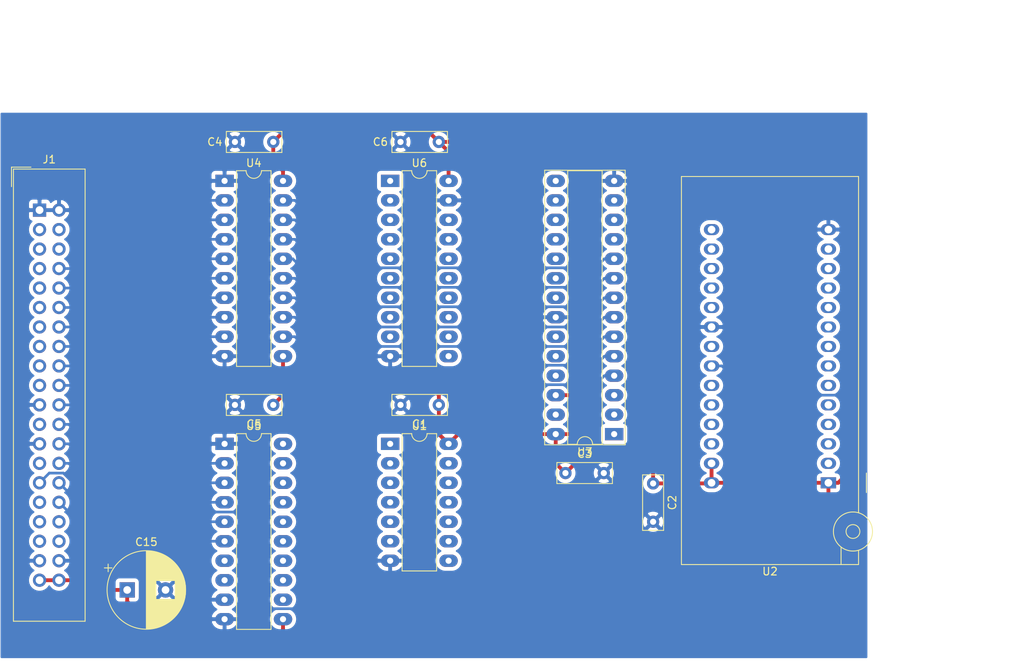
<source format=kicad_pcb>
(kicad_pcb (version 20171130) (host pcbnew "(5.1.5)-3")
  (layers (0 F.Cu signal) (31 B.Cu signal) (34 B.Paste user) (35 F.Paste user) (36 B.SilkS user) (37 F.SilkS user) (38 B.Mask user) (39 F.Mask user) (44 Edge.Cuts user))
  (net 0 "")
  (net 1 GND)
  (net 2 5V)
  (net 3 0x2000)
  (net 4 /A12)
  (net 5 /A11)
  (net 6 0xC000)
  (net 7 /A10)
  (net 8 /A9)
  (net 9 /A8)
  (net 10 /A7)
  (net 11 /A6)
  (net 12 R~W)
  (net 13 /A5)
  (net 14 /D7)
  (net 15 /A4)
  (net 16 /D6)
  (net 17 /A3)
  (net 18 /D5)
  (net 19 /A2)
  (net 20 /D4)
  (net 21 /A1)
  (net 22 /D3)
  (net 23 /A0)
  (net 24 /D2)
  (net 25 /D1)
  (net 26 /D0)
  (net 27 ~Read)
  (net 28 /A12_1)
  (net 29 /A11_1)
  (net 30 /A10_1)
  (net 31 /A9_1)
  (net 32 /A8_1)
  (net 33 /A7_1)
  (net 34 /A6_1)
  (net 35 /A5_1)
  (net 36 /D7_1)
  (net 37 /A4_1)
  (net 38 /D6_1)
  (net 39 /A3_1)
  (net 40 /D5_1)
  (net 41 /A2_1)
  (net 42 /D4_1)
  (net 43 /A1_1)
  (net 44 /D3_1)
  (net 45 /A0_1)
  (net 46 /D2_1)
  (net 47 /D1_1)
  (net 48 /D0_1)
  (module Connector_IDC:IDC-Header_2x20_P2.54mm_Vertical (layer F.Cu) (at 105.41 64.77)
    (fp_text reference J1 (at 1.27 -6.604) (layer F.SilkS))
    (fp_text value "Expanstion Port")
    (pad 40 thru_hole oval (at 2.54 48.26) (size 1.7272 1.7272) (drill 1.016) (layers *.Cu *.Mask) (net 2 5V))
    (pad 39 thru_hole oval (at 0 48.26) (size 1.7272 1.7272) (drill 1.016) (layers *.Cu *.Mask) (net 2 5V))
    (pad 38 thru_hole oval (at 2.54 45.72) (size 1.7272 1.7272) (drill 1.016) (layers *.Cu *.Mask))
    (pad 37 thru_hole oval (at 0 45.72) (size 1.7272 1.7272) (drill 1.016) (layers *.Cu *.Mask) (net 1 GND))
    (pad 36 thru_hole oval (at 2.54 43.18) (size 1.7272 1.7272) (drill 1.016) (layers *.Cu *.Mask))
    (pad 35 thru_hole oval (at 0 43.18) (size 1.7272 1.7272) (drill 1.016) (layers *.Cu *.Mask) (net 3 0x2000))
    (pad 34 thru_hole oval (at 2.54 40.64) (size 1.7272 1.7272) (drill 1.016) (layers *.Cu *.Mask))
    (pad 33 thru_hole oval (at 0 40.64) (size 1.7272 1.7272) (drill 1.016) (layers *.Cu *.Mask))
    (pad 32 thru_hole oval (at 2.54 38.1) (size 1.7272 1.7272) (drill 1.016) (layers *.Cu *.Mask) (net 28 /A12_1))
    (pad 31 thru_hole oval (at 0 38.1) (size 1.7272 1.7272) (drill 1.016) (layers *.Cu *.Mask))
    (pad 30 thru_hole oval (at 2.54 35.56) (size 1.7272 1.7272) (drill 1.016) (layers *.Cu *.Mask) (net 29 /A11_1))
    (pad 29 thru_hole oval (at 0 35.56) (size 1.7272 1.7272) (drill 1.016) (layers *.Cu *.Mask) (net 6 0xC000))
    (pad 28 thru_hole oval (at 2.54 33.02) (size 1.7272 1.7272) (drill 1.016) (layers *.Cu *.Mask) (net 30 /A10_1))
    (pad 27 thru_hole oval (at 0 33.02) (size 1.7272 1.7272) (drill 1.016) (layers *.Cu *.Mask))
    (pad 26 thru_hole oval (at 2.54 30.48) (size 1.7272 1.7272) (drill 1.016) (layers *.Cu *.Mask) (net 31 /A9_1))
    (pad 25 thru_hole oval (at 0 30.48) (size 1.7272 1.7272) (drill 1.016) (layers *.Cu *.Mask) (net 1 GND))
    (pad 24 thru_hole oval (at 2.54 27.94) (size 1.7272 1.7272) (drill 1.016) (layers *.Cu *.Mask) (net 32 /A8_1))
    (pad 23 thru_hole oval (at 0 27.94) (size 1.7272 1.7272) (drill 1.016) (layers *.Cu *.Mask))
    (pad 22 thru_hole oval (at 2.54 25.4) (size 1.7272 1.7272) (drill 1.016) (layers *.Cu *.Mask) (net 33 /A7_1))
    (pad 21 thru_hole oval (at 0 25.4) (size 1.7272 1.7272) (drill 1.016) (layers *.Cu *.Mask) (net 1 GND))
    (pad 20 thru_hole oval (at 2.54 22.86) (size 1.7272 1.7272) (drill 1.016) (layers *.Cu *.Mask) (net 34 /A6_1))
    (pad 19 thru_hole oval (at 0 22.86) (size 1.7272 1.7272) (drill 1.016) (layers *.Cu *.Mask) (net 12 R~W))
    (pad 18 thru_hole oval (at 2.54 20.32) (size 1.7272 1.7272) (drill 1.016) (layers *.Cu *.Mask) (net 35 /A5_1))
    (pad 17 thru_hole oval (at 0 20.32) (size 1.7272 1.7272) (drill 1.016) (layers *.Cu *.Mask) (net 36 /D7_1))
    (pad 16 thru_hole oval (at 2.54 17.78) (size 1.7272 1.7272) (drill 1.016) (layers *.Cu *.Mask) (net 37 /A4_1))
    (pad 15 thru_hole oval (at 0 17.78) (size 1.7272 1.7272) (drill 1.016) (layers *.Cu *.Mask) (net 38 /D6_1))
    (pad 14 thru_hole oval (at 2.54 15.24) (size 1.7272 1.7272) (drill 1.016) (layers *.Cu *.Mask) (net 39 /A3_1))
    (pad 13 thru_hole oval (at 0 15.24) (size 1.7272 1.7272) (drill 1.016) (layers *.Cu *.Mask) (net 40 /D5_1))
    (pad 12 thru_hole oval (at 2.54 12.7) (size 1.7272 1.7272) (drill 1.016) (layers *.Cu *.Mask) (net 41 /A2_1))
    (pad 11 thru_hole oval (at 0 12.7) (size 1.7272 1.7272) (drill 1.016) (layers *.Cu *.Mask) (net 42 /D4_1))
    (pad 10 thru_hole oval (at 2.54 10.16) (size 1.7272 1.7272) (drill 1.016) (layers *.Cu *.Mask) (net 43 /A1_1))
    (pad 9 thru_hole oval (at 0 10.16) (size 1.7272 1.7272) (drill 1.016) (layers *.Cu *.Mask) (net 44 /D3_1))
    (pad 8 thru_hole oval (at 2.54 7.62) (size 1.7272 1.7272) (drill 1.016) (layers *.Cu *.Mask) (net 45 /A0_1))
    (pad 7 thru_hole oval (at 0 7.62) (size 1.7272 1.7272) (drill 1.016) (layers *.Cu *.Mask) (net 46 /D2_1))
    (pad 6 thru_hole oval (at 2.54 5.08) (size 1.7272 1.7272) (drill 1.016) (layers *.Cu *.Mask))
    (pad 5 thru_hole oval (at 0 5.08) (size 1.7272 1.7272) (drill 1.016) (layers *.Cu *.Mask) (net 47 /D1_1))
    (pad 4 thru_hole oval (at 2.54 2.54) (size 1.7272 1.7272) (drill 1.016) (layers *.Cu *.Mask))
    (pad 3 thru_hole oval (at 0 2.54) (size 1.7272 1.7272) (drill 1.016) (layers *.Cu *.Mask) (net 48 /D0_1))
    (pad 2 thru_hole oval (at 2.54 0) (size 1.7272 1.7272) (drill 1.016) (layers *.Cu *.Mask) (net 1 GND))
    (pad 1 thru_hole rect (at 0 0) (size 1.7272 1.7272) (drill 1.016) (layers *.Cu *.Mask) (net 1 GND))
  )
  (module Package_DIP:DIP-20_W7.62mm_LongPads (layer F.Cu) (at 151.13 60.96)
    (fp_text reference U6 (at 3.81 -2.33) (layer F.SilkS))
    (fp_text value 74LS245)
    (pad 20 thru_hole oval (at 7.62 0) (size 2.4 1.6) (drill 0.8) (layers *.Cu *.Mask) (net 2 5V))
    (pad 10 thru_hole oval (at 0 22.86) (size 2.4 1.6) (drill 0.8) (layers *.Cu *.Mask) (net 1 GND))
    (pad 19 thru_hole oval (at 7.62 2.54) (size 2.4 1.6) (drill 0.8) (layers *.Cu *.Mask) (net 1 GND))
    (pad 9 thru_hole oval (at 0 20.32) (size 2.4 1.6) (drill 0.8) (layers *.Cu *.Mask) (net 36 /D7_1))
    (pad 18 thru_hole oval (at 7.62 5.08) (size 2.4 1.6) (drill 0.8) (layers *.Cu *.Mask) (net 26 /D0))
    (pad 8 thru_hole oval (at 0 17.78) (size 2.4 1.6) (drill 0.8) (layers *.Cu *.Mask) (net 38 /D6_1))
    (pad 17 thru_hole oval (at 7.62 7.62) (size 2.4 1.6) (drill 0.8) (layers *.Cu *.Mask) (net 25 /D1))
    (pad 7 thru_hole oval (at 0 15.24) (size 2.4 1.6) (drill 0.8) (layers *.Cu *.Mask) (net 40 /D5_1))
    (pad 16 thru_hole oval (at 7.62 10.16) (size 2.4 1.6) (drill 0.8) (layers *.Cu *.Mask) (net 24 /D2))
    (pad 6 thru_hole oval (at 0 12.7) (size 2.4 1.6) (drill 0.8) (layers *.Cu *.Mask) (net 42 /D4_1))
    (pad 15 thru_hole oval (at 7.62 12.7) (size 2.4 1.6) (drill 0.8) (layers *.Cu *.Mask) (net 22 /D3))
    (pad 5 thru_hole oval (at 0 10.16) (size 2.4 1.6) (drill 0.8) (layers *.Cu *.Mask) (net 44 /D3_1))
    (pad 14 thru_hole oval (at 7.62 15.24) (size 2.4 1.6) (drill 0.8) (layers *.Cu *.Mask) (net 20 /D4))
    (pad 4 thru_hole oval (at 0 7.62) (size 2.4 1.6) (drill 0.8) (layers *.Cu *.Mask) (net 46 /D2_1))
    (pad 13 thru_hole oval (at 7.62 17.78) (size 2.4 1.6) (drill 0.8) (layers *.Cu *.Mask) (net 18 /D5))
    (pad 3 thru_hole oval (at 0 5.08) (size 2.4 1.6) (drill 0.8) (layers *.Cu *.Mask) (net 47 /D1_1))
    (pad 12 thru_hole oval (at 7.62 20.32) (size 2.4 1.6) (drill 0.8) (layers *.Cu *.Mask) (net 16 /D6))
    (pad 2 thru_hole oval (at 0 2.54) (size 2.4 1.6) (drill 0.8) (layers *.Cu *.Mask) (net 48 /D0_1))
    (pad 11 thru_hole oval (at 7.62 22.86) (size 2.4 1.6) (drill 0.8) (layers *.Cu *.Mask) (net 14 /D7))
    (pad 1 thru_hole rect (at 0 0) (size 2.4 1.6) (drill 0.8) (layers *.Cu *.Mask) (net 27 ~Read))
  )
  (module Package_DIP:DIP-20_W7.62mm_LongPads (layer F.Cu) (at 129.54 95.25)
    (fp_text reference U5 (at 3.81 -2.33) (layer F.SilkS))
    (fp_text value 74LS573)
    (pad 20 thru_hole oval (at 7.62 0) (size 2.4 1.6) (drill 0.8) (layers *.Cu *.Mask) (net 2 5V))
    (pad 10 thru_hole oval (at 0 22.86) (size 2.4 1.6) (drill 0.8) (layers *.Cu *.Mask) (net 1 GND))
    (pad 19 thru_hole oval (at 7.62 2.54) (size 2.4 1.6) (drill 0.8) (layers *.Cu *.Mask) (net 9 /A8))
    (pad 9 thru_hole oval (at 0 20.32) (size 2.4 1.6) (drill 0.8) (layers *.Cu *.Mask))
    (pad 18 thru_hole oval (at 7.62 5.08) (size 2.4 1.6) (drill 0.8) (layers *.Cu *.Mask) (net 8 /A9))
    (pad 8 thru_hole oval (at 0 17.78) (size 2.4 1.6) (drill 0.8) (layers *.Cu *.Mask))
    (pad 17 thru_hole oval (at 7.62 7.62) (size 2.4 1.6) (drill 0.8) (layers *.Cu *.Mask) (net 7 /A10))
    (pad 7 thru_hole oval (at 0 15.24) (size 2.4 1.6) (drill 0.8) (layers *.Cu *.Mask))
    (pad 16 thru_hole oval (at 7.62 10.16) (size 2.4 1.6) (drill 0.8) (layers *.Cu *.Mask) (net 5 /A11))
    (pad 6 thru_hole oval (at 0 12.7) (size 2.4 1.6) (drill 0.8) (layers *.Cu *.Mask) (net 28 /A12_1))
    (pad 15 thru_hole oval (at 7.62 12.7) (size 2.4 1.6) (drill 0.8) (layers *.Cu *.Mask) (net 4 /A12))
    (pad 5 thru_hole oval (at 0 10.16) (size 2.4 1.6) (drill 0.8) (layers *.Cu *.Mask) (net 29 /A11_1))
    (pad 14 thru_hole oval (at 7.62 15.24) (size 2.4 1.6) (drill 0.8) (layers *.Cu *.Mask))
    (pad 4 thru_hole oval (at 0 7.62) (size 2.4 1.6) (drill 0.8) (layers *.Cu *.Mask) (net 30 /A10_1))
    (pad 13 thru_hole oval (at 7.62 17.78) (size 2.4 1.6) (drill 0.8) (layers *.Cu *.Mask))
    (pad 3 thru_hole oval (at 0 5.08) (size 2.4 1.6) (drill 0.8) (layers *.Cu *.Mask) (net 31 /A9_1))
    (pad 12 thru_hole oval (at 7.62 20.32) (size 2.4 1.6) (drill 0.8) (layers *.Cu *.Mask))
    (pad 2 thru_hole oval (at 0 2.54) (size 2.4 1.6) (drill 0.8) (layers *.Cu *.Mask) (net 32 /A8_1))
    (pad 11 thru_hole oval (at 7.62 22.86) (size 2.4 1.6) (drill 0.8) (layers *.Cu *.Mask) (net 2 5V))
    (pad 1 thru_hole rect (at 0 0) (size 2.4 1.6) (drill 0.8) (layers *.Cu *.Mask) (net 1 GND))
  )
  (module Package_DIP:DIP-20_W7.62mm_LongPads (layer F.Cu) (at 129.54 60.96)
    (fp_text reference U4 (at 3.81 -2.33) (layer F.SilkS))
    (fp_text value 74LS573)
    (pad 20 thru_hole oval (at 7.62 0) (size 2.4 1.6) (drill 0.8) (layers *.Cu *.Mask) (net 2 5V))
    (pad 10 thru_hole oval (at 0 22.86) (size 2.4 1.6) (drill 0.8) (layers *.Cu *.Mask) (net 1 GND))
    (pad 19 thru_hole oval (at 7.62 2.54) (size 2.4 1.6) (drill 0.8) (layers *.Cu *.Mask) (net 23 /A0))
    (pad 9 thru_hole oval (at 0 20.32) (size 2.4 1.6) (drill 0.8) (layers *.Cu *.Mask) (net 33 /A7_1))
    (pad 18 thru_hole oval (at 7.62 5.08) (size 2.4 1.6) (drill 0.8) (layers *.Cu *.Mask) (net 21 /A1))
    (pad 8 thru_hole oval (at 0 17.78) (size 2.4 1.6) (drill 0.8) (layers *.Cu *.Mask) (net 34 /A6_1))
    (pad 17 thru_hole oval (at 7.62 7.62) (size 2.4 1.6) (drill 0.8) (layers *.Cu *.Mask) (net 19 /A2))
    (pad 7 thru_hole oval (at 0 15.24) (size 2.4 1.6) (drill 0.8) (layers *.Cu *.Mask) (net 35 /A5_1))
    (pad 16 thru_hole oval (at 7.62 10.16) (size 2.4 1.6) (drill 0.8) (layers *.Cu *.Mask) (net 17 /A3))
    (pad 6 thru_hole oval (at 0 12.7) (size 2.4 1.6) (drill 0.8) (layers *.Cu *.Mask) (net 37 /A4_1))
    (pad 15 thru_hole oval (at 7.62 12.7) (size 2.4 1.6) (drill 0.8) (layers *.Cu *.Mask) (net 15 /A4))
    (pad 5 thru_hole oval (at 0 10.16) (size 2.4 1.6) (drill 0.8) (layers *.Cu *.Mask) (net 39 /A3_1))
    (pad 14 thru_hole oval (at 7.62 15.24) (size 2.4 1.6) (drill 0.8) (layers *.Cu *.Mask) (net 13 /A5))
    (pad 4 thru_hole oval (at 0 7.62) (size 2.4 1.6) (drill 0.8) (layers *.Cu *.Mask) (net 41 /A2_1))
    (pad 13 thru_hole oval (at 7.62 17.78) (size 2.4 1.6) (drill 0.8) (layers *.Cu *.Mask) (net 11 /A6))
    (pad 3 thru_hole oval (at 0 5.08) (size 2.4 1.6) (drill 0.8) (layers *.Cu *.Mask) (net 43 /A1_1))
    (pad 12 thru_hole oval (at 7.62 20.32) (size 2.4 1.6) (drill 0.8) (layers *.Cu *.Mask) (net 10 /A7))
    (pad 2 thru_hole oval (at 0 2.54) (size 2.4 1.6) (drill 0.8) (layers *.Cu *.Mask) (net 45 /A0_1))
    (pad 11 thru_hole oval (at 7.62 22.86) (size 2.4 1.6) (drill 0.8) (layers *.Cu *.Mask) (net 2 5V))
    (pad 1 thru_hole rect (at 0 0) (size 2.4 1.6) (drill 0.8) (layers *.Cu *.Mask) (net 1 GND))
  )
  (module Package_DIP:DIP-28_W7.62mm_Socket_LongPads (layer F.Cu) (at 180.34 93.98 180)
    (fp_text reference U3 (at 3.81 -2.33) (layer F.SilkS))
    (fp_text value IS61C64)
    (pad 28 thru_hole oval (at 7.62 0 180) (size 2.4 1.6) (drill 0.8) (layers *.Cu *.Mask) (net 2 5V))
    (pad 14 thru_hole oval (at 0 33.02 180) (size 2.4 1.6) (drill 0.8) (layers *.Cu *.Mask) (net 1 GND))
    (pad 27 thru_hole oval (at 7.62 2.54 180) (size 2.4 1.6) (drill 0.8) (layers *.Cu *.Mask) (net 12 R~W))
    (pad 13 thru_hole oval (at 0 30.48 180) (size 2.4 1.6) (drill 0.8) (layers *.Cu *.Mask) (net 24 /D2))
    (pad 26 thru_hole oval (at 7.62 5.08 180) (size 2.4 1.6) (drill 0.8) (layers *.Cu *.Mask) (net 2 5V))
    (pad 12 thru_hole oval (at 0 27.94 180) (size 2.4 1.6) (drill 0.8) (layers *.Cu *.Mask) (net 25 /D1))
    (pad 25 thru_hole oval (at 7.62 7.62 180) (size 2.4 1.6) (drill 0.8) (layers *.Cu *.Mask) (net 9 /A8))
    (pad 11 thru_hole oval (at 0 25.4 180) (size 2.4 1.6) (drill 0.8) (layers *.Cu *.Mask) (net 26 /D0))
    (pad 24 thru_hole oval (at 7.62 10.16 180) (size 2.4 1.6) (drill 0.8) (layers *.Cu *.Mask) (net 8 /A9))
    (pad 10 thru_hole oval (at 0 22.86 180) (size 2.4 1.6) (drill 0.8) (layers *.Cu *.Mask) (net 23 /A0))
    (pad 23 thru_hole oval (at 7.62 12.7 180) (size 2.4 1.6) (drill 0.8) (layers *.Cu *.Mask) (net 5 /A11))
    (pad 9 thru_hole oval (at 0 20.32 180) (size 2.4 1.6) (drill 0.8) (layers *.Cu *.Mask) (net 21 /A1))
    (pad 22 thru_hole oval (at 7.62 15.24 180) (size 2.4 1.6) (drill 0.8) (layers *.Cu *.Mask) (net 1 GND))
    (pad 8 thru_hole oval (at 0 17.78 180) (size 2.4 1.6) (drill 0.8) (layers *.Cu *.Mask) (net 19 /A2))
    (pad 21 thru_hole oval (at 7.62 17.78 180) (size 2.4 1.6) (drill 0.8) (layers *.Cu *.Mask) (net 7 /A10))
    (pad 7 thru_hole oval (at 0 15.24 180) (size 2.4 1.6) (drill 0.8) (layers *.Cu *.Mask) (net 17 /A3))
    (pad 20 thru_hole oval (at 7.62 20.32 180) (size 2.4 1.6) (drill 0.8) (layers *.Cu *.Mask) (net 3 0x2000))
    (pad 6 thru_hole oval (at 0 12.7 180) (size 2.4 1.6) (drill 0.8) (layers *.Cu *.Mask) (net 15 /A4))
    (pad 19 thru_hole oval (at 7.62 22.86 180) (size 2.4 1.6) (drill 0.8) (layers *.Cu *.Mask) (net 14 /D7))
    (pad 5 thru_hole oval (at 0 10.16 180) (size 2.4 1.6) (drill 0.8) (layers *.Cu *.Mask) (net 13 /A5))
    (pad 18 thru_hole oval (at 7.62 25.4 180) (size 2.4 1.6) (drill 0.8) (layers *.Cu *.Mask) (net 16 /D6))
    (pad 4 thru_hole oval (at 0 7.62 180) (size 2.4 1.6) (drill 0.8) (layers *.Cu *.Mask) (net 11 /A6))
    (pad 17 thru_hole oval (at 7.62 27.94 180) (size 2.4 1.6) (drill 0.8) (layers *.Cu *.Mask) (net 18 /D5))
    (pad 3 thru_hole oval (at 0 5.08 180) (size 2.4 1.6) (drill 0.8) (layers *.Cu *.Mask) (net 10 /A7))
    (pad 16 thru_hole oval (at 7.62 30.48 180) (size 2.4 1.6) (drill 0.8) (layers *.Cu *.Mask) (net 20 /D4))
    (pad 2 thru_hole oval (at 0 2.54 180) (size 2.4 1.6) (drill 0.8) (layers *.Cu *.Mask) (net 4 /A12))
    (pad 15 thru_hole oval (at 7.62 33.02 180) (size 2.4 1.6) (drill 0.8) (layers *.Cu *.Mask) (net 22 /D3))
    (pad 1 thru_hole rect (at 0 0 180) (size 2.4 1.6) (drill 0.8) (layers *.Cu *.Mask))
  )
  (module Socket:DIP_Socket-28_W11.9_W12.7_W15.24_W17.78_W18.5_3M_228-1277-00-0602J (layer F.Cu) (at 208.28 100.33 180)
    (fp_text reference U2 (at 7.62 -11.56) (layer F.SilkS))
    (fp_text value 2764)
    (pad 15 thru_hole oval (at 15.24 33.02 180) (size 2 1.44) (drill 1) (layers *.Cu *.Mask) (net 22 /D3))
    (pad 14 thru_hole oval (at 0 33.02 180) (size 2 1.44) (drill 1) (layers *.Cu *.Mask) (net 1 GND))
    (pad 16 thru_hole oval (at 15.24 30.48 180) (size 2 1.44) (drill 1) (layers *.Cu *.Mask) (net 20 /D4))
    (pad 13 thru_hole oval (at 0 30.48 180) (size 2 1.44) (drill 1) (layers *.Cu *.Mask) (net 24 /D2))
    (pad 17 thru_hole oval (at 15.24 27.94 180) (size 2 1.44) (drill 1) (layers *.Cu *.Mask) (net 18 /D5))
    (pad 12 thru_hole oval (at 0 27.94 180) (size 2 1.44) (drill 1) (layers *.Cu *.Mask) (net 25 /D1))
    (pad 18 thru_hole oval (at 15.24 25.4 180) (size 2 1.44) (drill 1) (layers *.Cu *.Mask) (net 16 /D6))
    (pad 11 thru_hole oval (at 0 25.4 180) (size 2 1.44) (drill 1) (layers *.Cu *.Mask) (net 26 /D0))
    (pad 19 thru_hole oval (at 15.24 22.86 180) (size 2 1.44) (drill 1) (layers *.Cu *.Mask) (net 14 /D7))
    (pad 10 thru_hole oval (at 0 22.86 180) (size 2 1.44) (drill 1) (layers *.Cu *.Mask) (net 23 /A0))
    (pad 20 thru_hole oval (at 15.24 20.32 180) (size 2 1.44) (drill 1) (layers *.Cu *.Mask) (net 1 GND))
    (pad 9 thru_hole oval (at 0 20.32 180) (size 2 1.44) (drill 1) (layers *.Cu *.Mask) (net 21 /A1))
    (pad 21 thru_hole oval (at 15.24 17.78 180) (size 2 1.44) (drill 1) (layers *.Cu *.Mask) (net 7 /A10))
    (pad 8 thru_hole oval (at 0 17.78 180) (size 2 1.44) (drill 1) (layers *.Cu *.Mask) (net 19 /A2))
    (pad 22 thru_hole oval (at 15.24 15.24 180) (size 2 1.44) (drill 1) (layers *.Cu *.Mask) (net 6 0xC000))
    (pad 7 thru_hole oval (at 0 15.24 180) (size 2 1.44) (drill 1) (layers *.Cu *.Mask) (net 17 /A3))
    (pad 23 thru_hole oval (at 15.24 12.7 180) (size 2 1.44) (drill 1) (layers *.Cu *.Mask) (net 5 /A11))
    (pad 6 thru_hole oval (at 0 12.7 180) (size 2 1.44) (drill 1) (layers *.Cu *.Mask) (net 15 /A4))
    (pad 24 thru_hole oval (at 15.24 10.16 180) (size 2 1.44) (drill 1) (layers *.Cu *.Mask) (net 8 /A9))
    (pad 5 thru_hole oval (at 0 10.16 180) (size 2 1.44) (drill 1) (layers *.Cu *.Mask) (net 13 /A5))
    (pad 25 thru_hole oval (at 15.24 7.62 180) (size 2 1.44) (drill 1) (layers *.Cu *.Mask) (net 9 /A8))
    (pad 4 thru_hole oval (at 0 7.62 180) (size 2 1.44) (drill 1) (layers *.Cu *.Mask) (net 11 /A6))
    (pad 26 thru_hole oval (at 15.24 5.08 180) (size 2 1.44) (drill 1) (layers *.Cu *.Mask))
    (pad 3 thru_hole oval (at 0 5.08 180) (size 2 1.44) (drill 1) (layers *.Cu *.Mask) (net 10 /A7))
    (pad 27 thru_hole oval (at 15.24 2.54 180) (size 2 1.44) (drill 1) (layers *.Cu *.Mask) (net 2 5V))
    (pad 2 thru_hole oval (at 0 2.54 180) (size 2 1.44) (drill 1) (layers *.Cu *.Mask) (net 4 /A12))
    (pad 28 thru_hole oval (at 15.24 0 180) (size 2 1.44) (drill 1) (layers *.Cu *.Mask) (net 2 5V))
    (pad 1 thru_hole rect (at 0 0 180) (size 2 1.44) (drill 1) (layers *.Cu *.Mask) (net 2 5V))
  )
  (module Package_DIP:DIP-14_W7.62mm_LongPads (layer F.Cu) (at 151.13 95.25)
    (fp_text reference U1 (at 3.81 -2.33) (layer F.SilkS))
    (fp_text value 74LS04)
    (pad 14 thru_hole oval (at 7.62 0) (size 2.4 1.6) (drill 0.8) (layers *.Cu *.Mask) (net 2 5V))
    (pad 7 thru_hole oval (at 0 15.24) (size 2.4 1.6) (drill 0.8) (layers *.Cu *.Mask) (net 1 GND))
    (pad 13 thru_hole oval (at 7.62 2.54) (size 2.4 1.6) (drill 0.8) (layers *.Cu *.Mask))
    (pad 6 thru_hole oval (at 0 12.7) (size 2.4 1.6) (drill 0.8) (layers *.Cu *.Mask) (net 27 ~Read))
    (pad 12 thru_hole oval (at 7.62 5.08) (size 2.4 1.6) (drill 0.8) (layers *.Cu *.Mask))
    (pad 5 thru_hole oval (at 0 10.16) (size 2.4 1.6) (drill 0.8) (layers *.Cu *.Mask) (net 12 R~W))
    (pad 11 thru_hole oval (at 7.62 7.62) (size 2.4 1.6) (drill 0.8) (layers *.Cu *.Mask))
    (pad 4 thru_hole oval (at 0 7.62) (size 2.4 1.6) (drill 0.8) (layers *.Cu *.Mask))
    (pad 10 thru_hole oval (at 7.62 10.16) (size 2.4 1.6) (drill 0.8) (layers *.Cu *.Mask))
    (pad 3 thru_hole oval (at 0 5.08) (size 2.4 1.6) (drill 0.8) (layers *.Cu *.Mask))
    (pad 9 thru_hole oval (at 7.62 12.7) (size 2.4 1.6) (drill 0.8) (layers *.Cu *.Mask))
    (pad 2 thru_hole oval (at 0 2.54) (size 2.4 1.6) (drill 0.8) (layers *.Cu *.Mask))
    (pad 8 thru_hole oval (at 7.62 15.24) (size 2.4 1.6) (drill 0.8) (layers *.Cu *.Mask))
    (pad 1 thru_hole rect (at 0 0) (size 2.4 1.6) (drill 0.8) (layers *.Cu *.Mask))
  )
  (module Capacitor_THT:CP_Radial_D10.0mm_P5.00mm (layer F.Cu) (at 116.84 114.3)
    (fp_text reference C15 (at 2.5 -6.25) (layer F.SilkS))
    (fp_text value 10uF)
    (pad 2 thru_hole circle (at 5 0) (size 2 2) (drill 1) (layers *.Cu *.Mask) (net 1 GND))
    (pad 1 thru_hole rect (at 0 0) (size 2 2) (drill 1) (layers *.Cu *.Mask) (net 2 5V))
  )
  (module Capacitor_THT:C_Rect_L7.0mm_W2.5mm_P5.00mm (layer F.Cu) (at 157.48 55.88 180)
    (fp_text reference C6 (at 7.62 0) (layer F.SilkS))
    (fp_text value 100n)
    (pad 2 thru_hole circle (at 5 0 180) (size 1.6 1.6) (drill 0.8) (layers *.Cu *.Mask) (net 1 GND))
    (pad 1 thru_hole circle (at 0 0 180) (size 1.6 1.6) (drill 0.8) (layers *.Cu *.Mask) (net 2 5V))
  )
  (module Capacitor_THT:C_Rect_L7.0mm_W2.5mm_P5.00mm (layer F.Cu) (at 135.89 90.17 180)
    (fp_text reference C5 (at 2.5 -2.5) (layer F.SilkS))
    (fp_text value 100n)
    (pad 2 thru_hole circle (at 5 0 180) (size 1.6 1.6) (drill 0.8) (layers *.Cu *.Mask) (net 1 GND))
    (pad 1 thru_hole circle (at 0 0 180) (size 1.6 1.6) (drill 0.8) (layers *.Cu *.Mask) (net 2 5V))
  )
  (module Capacitor_THT:C_Rect_L7.0mm_W2.5mm_P5.00mm (layer F.Cu) (at 135.89 55.88 180)
    (fp_text reference C4 (at 7.62 0) (layer F.SilkS))
    (fp_text value 100n)
    (pad 2 thru_hole circle (at 5 0 180) (size 1.6 1.6) (drill 0.8) (layers *.Cu *.Mask) (net 1 GND))
    (pad 1 thru_hole circle (at 0 0 180) (size 1.6 1.6) (drill 0.8) (layers *.Cu *.Mask) (net 2 5V))
  )
  (module Capacitor_THT:C_Rect_L7.0mm_W2.5mm_P5.00mm (layer F.Cu) (at 173.99 99.06)
    (fp_text reference C3 (at 2.5 -2.5) (layer F.SilkS))
    (fp_text value 100n)
    (pad 2 thru_hole circle (at 5 0) (size 1.6 1.6) (drill 0.8) (layers *.Cu *.Mask) (net 1 GND))
    (pad 1 thru_hole circle (at 0 0) (size 1.6 1.6) (drill 0.8) (layers *.Cu *.Mask) (net 2 5V))
  )
  (module Capacitor_THT:C_Rect_L7.0mm_W2.5mm_P5.00mm (layer F.Cu) (at 185.42 100.41 270)
    (fp_text reference C2 (at 2.5 -2.5 90) (layer F.SilkS))
    (fp_text value 100n)
    (pad 2 thru_hole circle (at 5 0 270) (size 1.6 1.6) (drill 0.8) (layers *.Cu *.Mask) (net 1 GND))
    (pad 1 thru_hole circle (at 0 0 270) (size 1.6 1.6) (drill 0.8) (layers *.Cu *.Mask) (net 2 5V))
  )
  (module Capacitor_THT:C_Rect_L7.0mm_W2.5mm_P5.00mm (layer F.Cu) (at 157.48 90.17 180)
    (fp_text reference C1 (at 2.5 -2.5) (layer F.SilkS))
    (fp_text value 100n)
    (pad 2 thru_hole circle (at 5 0 180) (size 1.6 1.6) (drill 0.8) (layers *.Cu *.Mask) (net 1 GND))
    (pad 1 thru_hole circle (at 0 0 180) (size 1.6 1.6) (drill 0.8) (layers *.Cu *.Mask) (net 2 5V))
  )
  (segment (start 137.16 88.9) (end 135.89 90.17) (width 0.5) (layer F.Cu) (net 2))
  (segment (start 137.16 83.82) (end 137.16 88.9) (width 0.5) (layer F.Cu) (net 2))
  (segment (start 157.48 90.17) (end 157.48 88.9) (width 0.5) (layer F.Cu) (net 2))
  (segment (start 157.48 88.9) (end 156.21 87.63) (width 0.5) (layer F.Cu) (net 2))
  (segment (start 156.21 87.63) (end 137.16 87.63) (width 0.5) (layer F.Cu) (net 2))
  (segment (start 157.48 93.98) (end 158.75 95.25) (width 0.5) (layer F.Cu) (net 2))
  (segment (start 157.48 90.17) (end 157.48 93.98) (width 0.5) (layer F.Cu) (net 2))
  (segment (start 158.75 95.25) (end 160.02 93.98) (width 0.5) (layer F.Cu) (net 2))
  (segment (start 160.02 93.98) (end 172.72 93.98) (width 0.5) (layer F.Cu) (net 2))
  (segment (start 175.26 89.74) (end 174.42 88.9) (width 0.5) (layer F.Cu) (net 2))
  (segment (start 174.42 88.9) (end 172.72 88.9) (width 0.5) (layer F.Cu) (net 2))
  (segment (start 175.26 93.14) (end 175.26 89.74) (width 0.5) (layer F.Cu) (net 2))
  (segment (start 174.42 93.98) (end 175.26 93.14) (width 0.5) (layer F.Cu) (net 2))
  (segment (start 172.72 93.98) (end 174.42 93.98) (width 0.5) (layer F.Cu) (net 2))
  (segment (start 172.72 97.79) (end 173.99 99.06) (width 0.5) (layer F.Cu) (net 2))
  (segment (start 172.72 93.98) (end 172.72 97.79) (width 0.5) (layer F.Cu) (net 2))
  (segment (start 173.99 99.06) (end 176.53 96.52) (width 0.5) (layer F.Cu) (net 2))
  (segment (start 176.53 96.52) (end 182.88 96.52) (width 0.5) (layer F.Cu) (net 2))
  (segment (start 182.88 96.52) (end 185.42 99.06) (width 0.5) (layer F.Cu) (net 2))
  (segment (start 185.42 99.06) (end 185.42 100.41) (width 0.5) (layer F.Cu) (net 2))
  (segment (start 192.96 100.41) (end 193.04 100.33) (width 0.5) (layer F.Cu) (net 2))
  (segment (start 185.42 100.41) (end 192.96 100.41) (width 0.5) (layer F.Cu) (net 2))
  (segment (start 193.04 97.79) (end 193.04 100.33) (width 0.5) (layer F.Cu) (net 2))
  (segment (start 193.04 100.33) (end 208.28 100.33) (width 0.5) (layer F.Cu) (net 2))
  (segment (start 105.41 113.03) (end 107.95 113.03) (width 0.5) (layer F.Cu) (net 2))
  (segment (start 107.95 113.03) (end 111.76 113.03) (width 0.5) (layer F.Cu) (net 2))
  (segment (start 113.03 114.3) (end 116.84 114.3) (width 0.5) (layer F.Cu) (net 2))
  (segment (start 111.76 113.03) (end 113.03 114.3) (width 0.5) (layer F.Cu) (net 2))
  (segment (start 208.28 116.84) (end 208.28 100.33) (width 0.5) (layer F.Cu) (net 2))
  (segment (start 122.96 121.92) (end 203.2 121.92) (width 0.5) (layer F.Cu) (net 2))
  (segment (start 116.84 114.3) (end 116.84 115.8) (width 0.5) (layer F.Cu) (net 2))
  (segment (start 203.2 121.92) (end 208.28 116.84) (width 0.5) (layer F.Cu) (net 2))
  (segment (start 116.84 115.8) (end 122.96 121.92) (width 0.5) (layer F.Cu) (net 2))
  (segment (start 158.75 57.15) (end 157.48 55.88) (width 0.5) (layer F.Cu) (net 2))
  (segment (start 158.75 60.96) (end 158.75 57.15) (width 0.5) (layer F.Cu) (net 2))
  (segment (start 157.48 55.88) (end 154.94 53.34) (width 0.5) (layer F.Cu) (net 2))
  (segment (start 154.94 53.34) (end 138.43 53.34) (width 0.5) (layer F.Cu) (net 2))
  (segment (start 138.43 53.34) (end 135.89 55.88) (width 0.5) (layer F.Cu) (net 2))
  (segment (start 135.89 55.88) (end 135.89 58.42) (width 0.5) (layer F.Cu) (net 2))
  (segment (start 135.92 58.42) (end 137.16 59.66) (width 0.5) (layer F.Cu) (net 2))
  (segment (start 137.16 59.66) (end 137.16 60.96) (width 0.5) (layer F.Cu) (net 2))
  (segment (start 135.89 58.42) (end 135.92 58.42) (width 0.5) (layer F.Cu) (net 2))
  (segment (start 208.28 53.34) (end 154.94 53.34) (width 0.5) (layer F.Cu) (net 2))
  (segment (start 210.82 55.88) (end 208.28 53.34) (width 0.5) (layer F.Cu) (net 2))
  (segment (start 210.82 99.06) (end 210.82 55.88) (width 0.5) (layer F.Cu) (net 2))
  (segment (start 208.28 100.33) (end 209.55 100.33) (width 0.5) (layer F.Cu) (net 2))
  (segment (start 209.55 100.33) (end 210.82 99.06) (width 0.5) (layer F.Cu) (net 2))
  (segment (start 157.48 55.88) (end 158.75 55.88) (width 0.5) (layer F.Cu) (net 2))
  (segment (start 158.75 55.88) (end 161.29 53.34) (width 0.5) (layer F.Cu) (net 2))
  (segment (start 107.95 110.49) (end 121.92 110.49) (width 0.5) (layer B.Cu) (net 0))
  (segment (start 127 115.57) (end 129.54 115.57) (width 0.5) (layer B.Cu) (net 0))
  (segment (start 121.92 110.49) (end 127 115.57) (width 0.5) (layer B.Cu) (net 0))
  (segment (start 137.16 118.11) (end 137.16 119.41) (width 0.5) (layer F.Cu) (net 2))
  (segment (start 137.16 119.41) (end 137.16 121.92) (width 0.5) (layer F.Cu) (net 2))
  (segment (start 105.41 100.33) (end 106.68 99.06) (width 0.35) (layer B.Cu) (net 6))
  (segment (start 108.51313 99.06) (end 113.59313 104.14) (width 0.35) (layer B.Cu) (net 6))
  (segment (start 106.68 99.06) (end 108.51313 99.06) (width 0.35) (layer B.Cu) (net 6))
  (segment (start 113.59313 104.14) (end 130.81 104.14) (width 0.35) (layer B.Cu) (net 6))
  (segment (start 130.81 104.14) (end 133.35 106.68) (width 0.35) (layer B.Cu) (net 6))
  (segment (start 133.35 106.68) (end 133.35 114.3) (width 0.35) (layer B.Cu) (net 6))
  (segment (start 133.35 114.3) (end 135.79501 116.74501) (width 0.35) (layer B.Cu) (net 6))
  (segment (start 194.39 85.09) (end 195.58 86.28) (width 0.35) (layer B.Cu) (net 6))
  (segment (start 193.04 85.09) (end 194.39 85.09) (width 0.35) (layer B.Cu) (net 6))
  (segment (start 195.58 86.28) (end 195.58 86.36) (width 0.35) (layer B.Cu) (net 6))
  (segment (start 195.58 86.36) (end 198.12 88.9) (width 0.35) (layer B.Cu) (net 6))
  (segment (start 198.12 88.9) (end 209.55 88.9) (width 0.35) (layer B.Cu) (net 6))
  (segment (start 209.55 88.9) (end 209.65501 89.00501) (width 0.35) (layer B.Cu) (net 6))
  (segment (start 135.79501 116.74501) (end 189.32499 116.74501) (width 0.35) (layer B.Cu) (net 6))
  (segment (start 209.55 88.9) (end 210.82 90.17) (width 0.35) (layer B.Cu) (net 6))
  (segment (start 210.82 90.17) (end 210.82 107.95) (width 0.35) (layer B.Cu) (net 6))
  (segment (start 210.82 107.95) (end 210.82 111.76) (width 0.35) (layer B.Cu) (net 6))
  (segment (start 210.82 111.76) (end 205.74 116.84) (width 0.35) (layer B.Cu) (net 6))
  (segment (start 205.74 116.84) (end 187.96 116.84) (width 0.35) (layer B.Cu) (net 6))
  (segment (start 138.71 81.28) (end 150.14 92.71) (width 0.35) (layer B.Cu) (net 10))
  (segment (start 137.16 81.28) (end 138.71 81.28) (width 0.35) (layer B.Cu) (net 10))
  (segment (start 150.14 92.71) (end 167.64 92.71) (width 0.35) (layer B.Cu) (net 10))
  (segment (start 137.16 78.74) (end 138.71 78.74) (width 0.35) (layer B.Cu) (net 11))
  (segment (start 147.50501 87.53501) (end 177.89499 87.53501) (width 0.35) (layer B.Cu) (net 11))
  (segment (start 138.71 78.74) (end 147.50501 87.53501) (width 0.35) (layer B.Cu) (net 11))
  (segment (start 177.89499 87.53501) (end 179.07 86.36) (width 0.35) (layer B.Cu) (net 11))
  (segment (start 179.07 86.36) (end 180.34 86.36) (width 0.35) (layer B.Cu) (net 11))
  (segment (start 138.71 76.2) (end 148.87 86.36) (width 0.35) (layer B.Cu) (net 13))
  (segment (start 137.16 76.2) (end 138.71 76.2) (width 0.35) (layer B.Cu) (net 13))
  (segment (start 148.87 86.36) (end 168.91 86.36) (width 0.35) (layer B.Cu) (net 13))
  (segment (start 168.91 86.36) (end 170.27499 84.99501) (width 0.35) (layer B.Cu) (net 13))
  (segment (start 170.27499 84.99501) (end 177.89499 84.99501) (width 0.35) (layer B.Cu) (net 13))
  (segment (start 177.89499 84.99501) (end 179.07 83.82) (width 0.35) (layer B.Cu) (net 13))
  (segment (start 179.07 83.82) (end 180.34 83.82) (width 0.35) (layer B.Cu) (net 13))
  (segment (start 138.71 73.66) (end 147.6 82.55) (width 0.35) (layer B.Cu) (net 15))
  (segment (start 137.16 73.66) (end 138.71 73.66) (width 0.35) (layer B.Cu) (net 15))
  (segment (start 147.6 82.55) (end 177.8 82.55) (width 0.35) (layer B.Cu) (net 15))
  (segment (start 177.8 82.55) (end 179.07 81.28) (width 0.35) (layer B.Cu) (net 15))
  (segment (start 179.07 81.28) (end 180.34 81.28) (width 0.35) (layer B.Cu) (net 15))
  (segment (start 138.43 71.12) (end 147.32 80.01) (width 0.35) (layer B.Cu) (net 17))
  (segment (start 137.16 71.12) (end 138.43 71.12) (width 0.35) (layer B.Cu) (net 17))
  (segment (start 147.32 80.01) (end 177.8 80.01) (width 0.35) (layer B.Cu) (net 17))
  (segment (start 177.8 80.01) (end 179.07 78.74) (width 0.35) (layer B.Cu) (net 17))
  (segment (start 179.07 78.74) (end 180.34 78.74) (width 0.35) (layer B.Cu) (net 17))
  (segment (start 147.50501 77.37501) (end 177.89499 77.37501) (width 0.35) (layer B.Cu) (net 19))
  (segment (start 137.16 68.58) (end 138.71 68.58) (width 0.35) (layer B.Cu) (net 19))
  (segment (start 138.71 68.58) (end 147.50501 77.37501) (width 0.35) (layer B.Cu) (net 19))
  (segment (start 177.89499 77.37501) (end 179.07 76.2) (width 0.35) (layer B.Cu) (net 19))
  (segment (start 179.07 76.2) (end 180.34 76.2) (width 0.35) (layer B.Cu) (net 19))
  (segment (start 137.16 66.04) (end 138.71 66.04) (width 0.35) (layer B.Cu) (net 21))
  (segment (start 147.50501 74.83501) (end 177.89499 74.83501) (width 0.35) (layer B.Cu) (net 21))
  (segment (start 138.71 66.04) (end 147.50501 74.83501) (width 0.35) (layer B.Cu) (net 21))
  (segment (start 177.89499 74.83501) (end 179.07 73.66) (width 0.35) (layer B.Cu) (net 21))
  (segment (start 179.07 73.66) (end 180.34 73.66) (width 0.35) (layer B.Cu) (net 21))
  (segment (start 147.50501 72.29501) (end 177.89499 72.29501) (width 0.35) (layer B.Cu) (net 23))
  (segment (start 137.16 63.5) (end 138.71 63.5) (width 0.35) (layer B.Cu) (net 23))
  (segment (start 138.71 63.5) (end 147.50501 72.29501) (width 0.35) (layer B.Cu) (net 23))
  (segment (start 177.89499 72.29501) (end 179.07 71.12) (width 0.35) (layer B.Cu) (net 23))
  (segment (start 179.07 71.12) (end 180.34 71.12) (width 0.35) (layer B.Cu) (net 23))
  (segment (start 107.95 102.87) (end 113.03 107.95) (width 0.35) (layer B.Cu) (net 28))
  (segment (start 113.03 107.95) (end 129.54 107.95) (width 0.35) (layer B.Cu) (net 28))
  (segment (start 107.95 100.33) (end 113.03 105.41) (width 0.35) (layer B.Cu) (net 29))
  (segment (start 113.03 105.41) (end 129.54 105.41) (width 0.35) (layer B.Cu) (net 29))
  (segment (start 107.95 97.79) (end 109.22 97.79) (width 0.35) (layer B.Cu) (net 30))
  (segment (start 114.3 102.87) (end 129.54 102.87) (width 0.35) (layer B.Cu) (net 30))
  (segment (start 109.22 97.79) (end 114.3 102.87) (width 0.35) (layer B.Cu) (net 30))
  (segment (start 107.95 95.25) (end 109.22 95.25) (width 0.35) (layer B.Cu) (net 31))
  (segment (start 114.3 100.33) (end 129.54 100.33) (width 0.35) (layer B.Cu) (net 31))
  (segment (start 109.22 95.25) (end 114.3 100.33) (width 0.35) (layer B.Cu) (net 31))
  (segment (start 107.95 92.71) (end 109.22 92.71) (width 0.35) (layer B.Cu) (net 32))
  (segment (start 114.3 97.79) (end 129.54 97.79) (width 0.35) (layer B.Cu) (net 32))
  (segment (start 109.22 92.71) (end 114.3 97.79) (width 0.35) (layer B.Cu) (net 32))
  (segment (start 127 81.28) (end 129.54 81.28) (width 0.35) (layer B.Cu) (net 33))
  (segment (start 107.95 90.17) (end 118.11 90.17) (width 0.35) (layer B.Cu) (net 33))
  (segment (start 118.11 90.17) (end 127 81.28) (width 0.35) (layer B.Cu) (net 33))
  (segment (start 107.95 87.63) (end 118.11 87.63) (width 0.35) (layer B.Cu) (net 34))
  (segment (start 127 78.74) (end 129.54 78.74) (width 0.35) (layer B.Cu) (net 34))
  (segment (start 118.11 87.63) (end 127 78.74) (width 0.35) (layer B.Cu) (net 34))
  (segment (start 107.95 85.09) (end 118.11 85.09) (width 0.35) (layer B.Cu) (net 35))
  (segment (start 118.11 85.09) (end 127 76.2) (width 0.35) (layer B.Cu) (net 35))
  (segment (start 127 76.2) (end 129.54 76.2) (width 0.35) (layer B.Cu) (net 35))
  (segment (start 107.95 82.55) (end 118.11 82.55) (width 0.35) (layer B.Cu) (net 37))
  (segment (start 118.11 82.55) (end 127 73.66) (width 0.35) (layer B.Cu) (net 37))
  (segment (start 127 73.66) (end 129.54 73.66) (width 0.35) (layer B.Cu) (net 37))
  (segment (start 107.95 80.01) (end 118.11 80.01) (width 0.35) (layer B.Cu) (net 39))
  (segment (start 127 71.12) (end 129.54 71.12) (width 0.35) (layer B.Cu) (net 39))
  (segment (start 118.11 80.01) (end 127 71.12) (width 0.35) (layer B.Cu) (net 39))
  (segment (start 107.95 77.47) (end 118.11 77.47) (width 0.35) (layer B.Cu) (net 41))
  (segment (start 127 68.58) (end 129.54 68.58) (width 0.35) (layer B.Cu) (net 41))
  (segment (start 118.11 77.47) (end 127 68.58) (width 0.35) (layer B.Cu) (net 41))
  (segment (start 107.95 74.93) (end 116.84 74.93) (width 0.35) (layer B.Cu) (net 43))
  (segment (start 125.73 66.04) (end 129.54 66.04) (width 0.35) (layer B.Cu) (net 43))
  (segment (start 116.84 74.93) (end 125.73 66.04) (width 0.35) (layer B.Cu) (net 43))
  (segment (start 107.95 72.39) (end 115.57 72.39) (width 0.35) (layer B.Cu) (net 45))
  (segment (start 115.57 72.39) (end 124.46 63.5) (width 0.35) (layer B.Cu) (net 45))
  (segment (start 124.46 63.5) (end 129.54 63.5) (width 0.35) (layer B.Cu) (net 45))
  (zone (net 1) (net_name GND) (layer B.Cu) (connect_pads (clearance 0.508)) (min_thickness 0.254) (fill yes (arc_segments 32) (thermal_gap 0.508) (thermal_bridge_width 0.508))
    (polygon (pts (xy 213.36 123.19) (xy 100.33 123.19) (xy 100.33 52.07) (xy 213.36 52.07)))
  )
)
</source>
